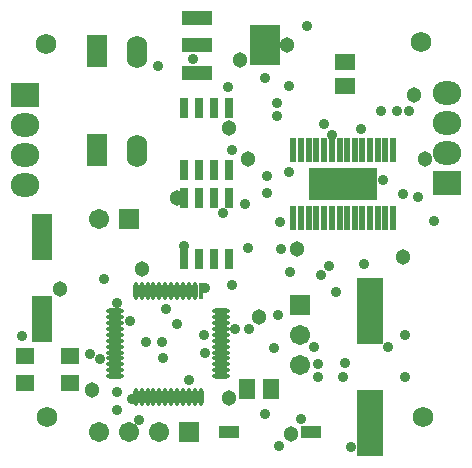
<source format=gts>
G04 Layer_Color=8388736*
%FSTAX24Y24*%
%MOIN*%
G70*
G01*
G75*
%ADD51O,0.0580X0.0178*%
%ADD52O,0.0178X0.0580*%
%ADD53R,0.0178X0.0580*%
%ADD54R,0.0240X0.0790*%
%ADD55R,0.2250X0.1060*%
%ADD56R,0.1025X0.1379*%
%ADD57R,0.1025X0.0474*%
%ADD58R,0.0867X0.2245*%
%ADD59R,0.0710X0.0395*%
%ADD60R,0.0630X0.0580*%
%ADD61R,0.0580X0.0710*%
%ADD62R,0.0710X0.0580*%
%ADD63R,0.0671X0.1556*%
%ADD64R,0.0280X0.0680*%
%ADD65R,0.0946X0.0789*%
%ADD66O,0.0946X0.0789*%
%ADD67R,0.0671X0.0671*%
%ADD68C,0.0671*%
%ADD69C,0.0680*%
%ADD70O,0.0680X0.1080*%
%ADD71R,0.0680X0.1080*%
%ADD72R,0.0671X0.0671*%
%ADD73C,0.0356*%
%ADD74C,0.0513*%
D51*
X033531Y026843D02*
D03*
Y026646D02*
D03*
Y026449D02*
D03*
Y026252D02*
D03*
Y026055D02*
D03*
Y025858D02*
D03*
Y025662D02*
D03*
Y025465D02*
D03*
Y025268D02*
D03*
Y025071D02*
D03*
Y024874D02*
D03*
Y024677D02*
D03*
X029989D02*
D03*
Y024874D02*
D03*
Y025071D02*
D03*
Y025268D02*
D03*
Y025465D02*
D03*
Y025662D02*
D03*
Y025858D02*
D03*
Y026055D02*
D03*
Y026252D02*
D03*
Y026449D02*
D03*
Y026646D02*
D03*
Y026843D02*
D03*
D52*
X032843Y023989D02*
D03*
X032646D02*
D03*
X032449D02*
D03*
X032252D02*
D03*
X032055D02*
D03*
X031858D02*
D03*
X031662D02*
D03*
X031465D02*
D03*
X031268D02*
D03*
X031071D02*
D03*
X030874D02*
D03*
X030677D02*
D03*
Y027531D02*
D03*
X030874D02*
D03*
X031071D02*
D03*
X031268D02*
D03*
X031465D02*
D03*
X031662D02*
D03*
X031858D02*
D03*
X032055D02*
D03*
X032252D02*
D03*
X032449D02*
D03*
X032646D02*
D03*
D53*
X032843D02*
D03*
D54*
X03926Y03223D02*
D03*
X039D02*
D03*
X03875D02*
D03*
X03849D02*
D03*
X03823D02*
D03*
X03798D02*
D03*
X03772D02*
D03*
X03747D02*
D03*
X03721D02*
D03*
X03695D02*
D03*
X0367D02*
D03*
X03644D02*
D03*
X03619D02*
D03*
X03593D02*
D03*
Y02995D02*
D03*
X03619D02*
D03*
X03644D02*
D03*
X0367D02*
D03*
X03695D02*
D03*
X03721D02*
D03*
X03747D02*
D03*
X03772D02*
D03*
X03798D02*
D03*
X03823D02*
D03*
X03849D02*
D03*
X03875D02*
D03*
X039D02*
D03*
X03926D02*
D03*
D55*
X03759Y03109D02*
D03*
D56*
X035Y0357D02*
D03*
D57*
X032717Y034794D02*
D03*
Y0357D02*
D03*
Y036606D02*
D03*
D58*
X0385Y02311D02*
D03*
Y02685D02*
D03*
D59*
X036528Y0228D02*
D03*
X033772D02*
D03*
D60*
X027Y02535D02*
D03*
Y02445D02*
D03*
X0285Y02535D02*
D03*
Y02445D02*
D03*
D61*
X0352Y02425D02*
D03*
X0344D02*
D03*
D62*
X03765Y03435D02*
D03*
Y03515D02*
D03*
D63*
X02755Y029328D02*
D03*
Y026572D02*
D03*
D64*
X0323Y0336D02*
D03*
X0328D02*
D03*
X0333D02*
D03*
X0338D02*
D03*
Y03155D02*
D03*
X0333D02*
D03*
X0328D02*
D03*
X0323D02*
D03*
Y030625D02*
D03*
X0328D02*
D03*
X0333D02*
D03*
X0338D02*
D03*
Y028575D02*
D03*
X0333D02*
D03*
X0328D02*
D03*
X0323D02*
D03*
D65*
X027Y03405D02*
D03*
X04105Y0311D02*
D03*
D66*
X027Y03305D02*
D03*
Y03205D02*
D03*
Y03105D02*
D03*
X04105Y0321D02*
D03*
Y0331D02*
D03*
Y0341D02*
D03*
D67*
X03045Y0299D02*
D03*
X03245Y0228D02*
D03*
D68*
X02945Y0299D02*
D03*
X03145Y0228D02*
D03*
X03045D02*
D03*
X02945D02*
D03*
X03615Y02505D02*
D03*
Y02605D02*
D03*
D69*
X04025Y0233D02*
D03*
X0402Y0358D02*
D03*
X027725Y0233D02*
D03*
X0277Y03575D02*
D03*
D70*
X03072Y032195D02*
D03*
Y035495D02*
D03*
D71*
X02938Y032205D02*
D03*
Y035505D02*
D03*
D72*
X03615Y02705D02*
D03*
D73*
X03543Y0267D02*
D03*
X0353Y0256D02*
D03*
X0269Y026D02*
D03*
X04009Y03066D02*
D03*
X0396Y03075D02*
D03*
X0391Y02565D02*
D03*
X03965Y02605D02*
D03*
X03245Y02455D02*
D03*
X03785Y0223D02*
D03*
X03545Y02235D02*
D03*
X03498Y02341D02*
D03*
X03445Y02625D02*
D03*
X0316Y025277D02*
D03*
X03295Y02605D02*
D03*
X033Y02545D02*
D03*
X03155Y0258D02*
D03*
X03205Y0264D02*
D03*
X0295Y02525D02*
D03*
X03548Y02983D02*
D03*
X03892Y03121D02*
D03*
X04061Y02984D02*
D03*
X03577Y03147D02*
D03*
X03712Y02836D02*
D03*
X037347Y027467D02*
D03*
X0383Y02842D02*
D03*
X03387Y02771D02*
D03*
X03553Y0289D02*
D03*
X03441Y02896D02*
D03*
X02916Y0254D02*
D03*
X03143Y035D02*
D03*
X03258Y03525D02*
D03*
X03077Y02323D02*
D03*
X03049Y0265D02*
D03*
X0336Y0301D02*
D03*
X03103Y025808D02*
D03*
X035828Y028138D02*
D03*
X03005Y02711D02*
D03*
X03431Y0304D02*
D03*
X036864Y028054D02*
D03*
X034Y026263D02*
D03*
X0364Y03635D02*
D03*
X03965Y02465D02*
D03*
X0362Y02325D02*
D03*
X03662Y02565D02*
D03*
X0354Y03335D02*
D03*
X03577Y03435D02*
D03*
X03538Y03377D02*
D03*
X03005Y02416D02*
D03*
X03055Y0239D02*
D03*
X03005Y02355D02*
D03*
X0398Y0335D02*
D03*
X0394D02*
D03*
X038178Y032928D02*
D03*
X03885Y0335D02*
D03*
X03505Y03078D02*
D03*
Y03135D02*
D03*
X036944Y033094D02*
D03*
X03721Y032711D02*
D03*
X033Y0276D02*
D03*
X02962Y0279D02*
D03*
X03375Y0343D02*
D03*
X035Y0346D02*
D03*
X0376Y02465D02*
D03*
X03387Y03223D02*
D03*
X0323Y029D02*
D03*
X031692Y0269D02*
D03*
X03675Y025075D02*
D03*
Y02465D02*
D03*
X03765Y0251D02*
D03*
D74*
X0338Y02395D02*
D03*
X0348Y02665D02*
D03*
X03572Y0357D02*
D03*
X0309Y02825D02*
D03*
X03442Y03192D02*
D03*
X04032D02*
D03*
X03996Y034046D02*
D03*
X02815Y02757D02*
D03*
X02922Y0242D02*
D03*
X03585Y02275D02*
D03*
X03205Y0306D02*
D03*
X03605Y0289D02*
D03*
X03415Y0352D02*
D03*
X0338Y03295D02*
D03*
X0396Y02865D02*
D03*
M02*

</source>
